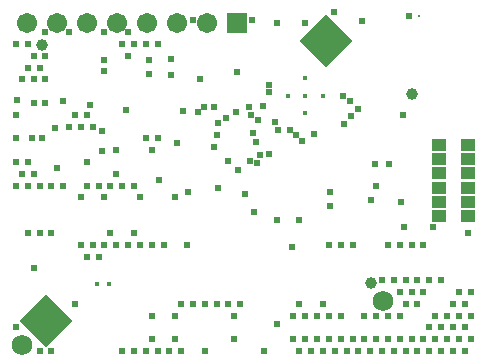
<source format=gbr>
%TF.GenerationSoftware,Altium Limited,Altium Designer,21.9.2 (33)*%
G04 Layer_Color=16711935*
%FSLAX45Y45*%
%MOMM*%
%TF.SameCoordinates,43275E26-CB7C-43E4-9740-FE9D7F4F9AB3*%
%TF.FilePolarity,Negative*%
%TF.FileFunction,Soldermask,Bot*%
%TF.Part,Single*%
G01*
G75*
%TA.AperFunction,ViaPad*%
%ADD56C,0.30000*%
%TA.AperFunction,ConnectorPad*%
%ADD64R,1.20320X1.10320*%
%TA.AperFunction,SMDPad,CuDef*%
%ADD65P,4.53001X4X90.0*%
%ADD66C,0.60320*%
%TA.AperFunction,ViaPad*%
%ADD67C,1.00320*%
%ADD68C,1.72720*%
%TA.AperFunction,ComponentPad*%
%ADD69C,1.70320*%
%ADD70R,1.70320X1.70320*%
%TA.AperFunction,ViaPad*%
%ADD71C,0.60320*%
%ADD72C,0.40320*%
D56*
X3469849Y2900000D02*
D03*
D64*
X3887600Y1804500D02*
D03*
Y1684500D02*
D03*
Y1564500D02*
D03*
Y1444500D02*
D03*
Y1324500D02*
D03*
Y1204500D02*
D03*
X3640000D02*
D03*
Y1324500D02*
D03*
Y1444500D02*
D03*
Y1684500D02*
D03*
Y1804500D02*
D03*
Y1564500D02*
D03*
D65*
X2685394Y2685394D02*
D03*
X314606Y314606D02*
D03*
D66*
X1920000Y2080000D02*
D03*
X1740000Y2130000D02*
D03*
D67*
X280000Y2650000D02*
D03*
X3410000Y2240000D02*
D03*
X350000Y390000D02*
D03*
X3070000Y640000D02*
D03*
D68*
X3170000Y480000D02*
D03*
X110000Y110000D02*
D03*
D69*
X156000Y2840000D02*
D03*
X410000D02*
D03*
X664000D02*
D03*
X918000D02*
D03*
X1172000D02*
D03*
X1426000D02*
D03*
X1680000D02*
D03*
D70*
X1934000D02*
D03*
D71*
X3910003Y560002D02*
D03*
X3860003Y460002D02*
D03*
X3910003Y360002D02*
D03*
X3860003Y260002D02*
D03*
X3910003Y160001D02*
D03*
X3860003Y60001D02*
D03*
X3810003Y560002D02*
D03*
X3760003Y460002D02*
D03*
X3810003Y360002D02*
D03*
X3760003Y260002D02*
D03*
X3810003Y160001D02*
D03*
X3760003Y60001D02*
D03*
X3660003Y660002D02*
D03*
X3710003Y360002D02*
D03*
X3660003Y260002D02*
D03*
X3710003Y160001D02*
D03*
X3660003Y60001D02*
D03*
X3560003Y660002D02*
D03*
X3610003Y360002D02*
D03*
X3560003Y260002D02*
D03*
X3610003Y160001D02*
D03*
X3560003Y60001D02*
D03*
X3510003Y960002D02*
D03*
X3460003Y660002D02*
D03*
X3510003Y560002D02*
D03*
X3460003Y460002D02*
D03*
X3510003Y160001D02*
D03*
X3460003Y60001D02*
D03*
X3410003Y960002D02*
D03*
X3360003Y660002D02*
D03*
X3410003Y560002D02*
D03*
X3360003Y460002D02*
D03*
X3410003Y160001D02*
D03*
X3360003Y60001D02*
D03*
X3310003Y960002D02*
D03*
X3260003Y660002D02*
D03*
X3310003Y560002D02*
D03*
Y360002D02*
D03*
Y160001D02*
D03*
X3260003Y60001D02*
D03*
X3210003Y960002D02*
D03*
X3160003Y660002D02*
D03*
X3210003Y360002D02*
D03*
Y160001D02*
D03*
X3160003Y60001D02*
D03*
X3110003Y360002D02*
D03*
Y160001D02*
D03*
X3060003Y60001D02*
D03*
X3010003Y360002D02*
D03*
Y160001D02*
D03*
X2960003Y60001D02*
D03*
X2910003Y960002D02*
D03*
Y160001D02*
D03*
X2860003Y60001D02*
D03*
X2810003Y960002D02*
D03*
Y360002D02*
D03*
Y160001D02*
D03*
X2760003Y60001D02*
D03*
X2710003Y960002D02*
D03*
X2660003Y460002D02*
D03*
X2710003Y360002D02*
D03*
Y160001D02*
D03*
X2660003Y60001D02*
D03*
X2610003Y360002D02*
D03*
Y160001D02*
D03*
X2560003Y60001D02*
D03*
X2460003Y460002D02*
D03*
X2510003Y360002D02*
D03*
Y160001D02*
D03*
X2460003Y60001D02*
D03*
X2410003Y360002D02*
D03*
Y160001D02*
D03*
X2160003Y60001D02*
D03*
X2060002Y2860003D02*
D03*
X1960002Y460002D02*
D03*
X1860002D02*
D03*
X1910002Y360002D02*
D03*
Y160001D02*
D03*
X1760002Y460002D02*
D03*
X1660002D02*
D03*
Y60001D02*
D03*
X1560002Y2860003D02*
D03*
Y460002D02*
D03*
X1510002Y960002D02*
D03*
X1460002Y460002D02*
D03*
Y60001D02*
D03*
X1410002Y1360002D02*
D03*
Y360002D02*
D03*
Y160001D02*
D03*
X1360002Y60001D02*
D03*
X1260002Y2660003D02*
D03*
Y1860002D02*
D03*
X1310002Y960002D02*
D03*
X1260002Y60001D02*
D03*
X1160002Y2660003D02*
D03*
Y1860002D02*
D03*
X1210002Y1760002D02*
D03*
Y960002D02*
D03*
Y360002D02*
D03*
Y160001D02*
D03*
X1160002Y60001D02*
D03*
X1060002Y2660003D02*
D03*
Y1460002D02*
D03*
X1110002Y1360002D02*
D03*
X1060002Y1060002D02*
D03*
X1110002Y960002D02*
D03*
X1060002Y60001D02*
D03*
X1010002Y2760003D02*
D03*
X960002Y2660003D02*
D03*
X1010002Y2560003D02*
D03*
X960002Y1460002D02*
D03*
X1010002Y960002D02*
D03*
X960002Y60001D02*
D03*
X910002Y1760002D02*
D03*
Y1560002D02*
D03*
X860002Y1460002D02*
D03*
Y1060002D02*
D03*
X910002Y960002D02*
D03*
X810002Y2760003D02*
D03*
X760002Y1460002D02*
D03*
X810002Y1360002D02*
D03*
Y960002D02*
D03*
X760002Y860002D02*
D03*
X660002Y2060002D02*
D03*
X710002Y1960002D02*
D03*
X660002Y1660002D02*
D03*
Y1460002D02*
D03*
X710002Y960002D02*
D03*
X660002Y860002D02*
D03*
X560002Y2060002D02*
D03*
X610002Y1960002D02*
D03*
Y1360002D02*
D03*
Y960002D02*
D03*
X560002Y460002D02*
D03*
X510002Y2760003D02*
D03*
Y1960002D02*
D03*
X460002Y1460002D02*
D03*
X360002D02*
D03*
Y1060002D02*
D03*
Y60001D02*
D03*
X310001Y2760003D02*
D03*
Y2560003D02*
D03*
X260002Y2460003D02*
D03*
X310001Y2360003D02*
D03*
Y2160003D02*
D03*
X260002Y1460002D02*
D03*
Y1060002D02*
D03*
Y60001D02*
D03*
X160001Y2660003D02*
D03*
X210001Y2560003D02*
D03*
X160001Y2460003D02*
D03*
X210001Y2360003D02*
D03*
Y2160003D02*
D03*
X160001Y1660002D02*
D03*
X210001Y1560002D02*
D03*
X160001Y1460002D02*
D03*
Y1060002D02*
D03*
X210001Y760002D02*
D03*
X60001Y2660003D02*
D03*
X110001Y2360003D02*
D03*
X60001Y2060002D02*
D03*
Y1860002D02*
D03*
Y1660002D02*
D03*
X110001Y1560002D02*
D03*
X60001Y1460002D02*
D03*
Y260002D02*
D03*
X1270000Y1510000D02*
D03*
X460000Y2180000D02*
D03*
X1650000Y2130000D02*
D03*
X2030000D02*
D03*
X2050000Y2060000D02*
D03*
X1600000Y2080000D02*
D03*
X2201083Y2251083D02*
D03*
X2200000Y2310000D02*
D03*
X2384802Y1928760D02*
D03*
X2430000Y1890000D02*
D03*
X2480000Y1840000D02*
D03*
X2155920Y2135425D02*
D03*
X2830000Y2220000D02*
D03*
X2890000Y2180000D02*
D03*
X2900000Y2050000D02*
D03*
X3320000Y1320000D02*
D03*
X3070000Y1341200D02*
D03*
X3111486Y1454727D02*
D03*
X2270000Y290000D02*
D03*
X2200000Y1730000D02*
D03*
X2250000Y2000000D02*
D03*
X2100000Y1650000D02*
D03*
X3100000Y1640000D02*
D03*
X3350000Y1110000D02*
D03*
X3590000D02*
D03*
X2750000Y2930000D02*
D03*
X1520000Y1410000D02*
D03*
X990000Y2100000D02*
D03*
X1770000Y1440000D02*
D03*
X2070000Y1910000D02*
D03*
X2090000Y1830000D02*
D03*
X280000Y1860000D02*
D03*
X200000D02*
D03*
X2270000Y1170000D02*
D03*
X2460000D02*
D03*
X3390000Y2900000D02*
D03*
X2990000Y2850000D02*
D03*
X2510000Y2840000D02*
D03*
X2270000D02*
D03*
X1620000Y2360000D02*
D03*
X3340000Y2060000D02*
D03*
X1860000Y1670000D02*
D03*
X2960000Y2110000D02*
D03*
X2840000Y1980000D02*
D03*
X690000Y2140000D02*
D03*
X2110000Y2020000D02*
D03*
X1760000Y1890000D02*
D03*
X1420000Y1820000D02*
D03*
X1770000Y1990000D02*
D03*
X790000Y1750000D02*
D03*
Y1920000D02*
D03*
X390000Y1950000D02*
D03*
X410000Y1607500D02*
D03*
X1477500Y2090000D02*
D03*
X2280000Y1930000D02*
D03*
X3640000Y1430000D02*
D03*
X3890000Y1060000D02*
D03*
X2000000Y1390000D02*
D03*
X2720000Y1410000D02*
D03*
X2400000Y940000D02*
D03*
X2720000Y1290000D02*
D03*
X2080000Y1240000D02*
D03*
X3220000Y1640000D02*
D03*
X1930000Y2420000D02*
D03*
X65433Y2186175D02*
D03*
X2585636Y1899758D02*
D03*
X1740000Y1790000D02*
D03*
X810000Y2430000D02*
D03*
X1370000Y2400000D02*
D03*
X806178Y2525491D02*
D03*
X1189575Y2405000D02*
D03*
X1190000Y2520000D02*
D03*
X1370000Y2530000D02*
D03*
X2040000Y1670000D02*
D03*
X1840000Y2030000D02*
D03*
X1940000Y1590000D02*
D03*
X2130000Y1719900D02*
D03*
D72*
X2510000Y2367500D02*
D03*
X2657500Y2220000D02*
D03*
X2362500D02*
D03*
X2510000Y2072500D02*
D03*
Y2220000D02*
D03*
X747500Y630000D02*
D03*
X852500D02*
D03*
%TF.MD5,1a853e6e80e258df2926f3c2f593ad65*%
M02*

</source>
